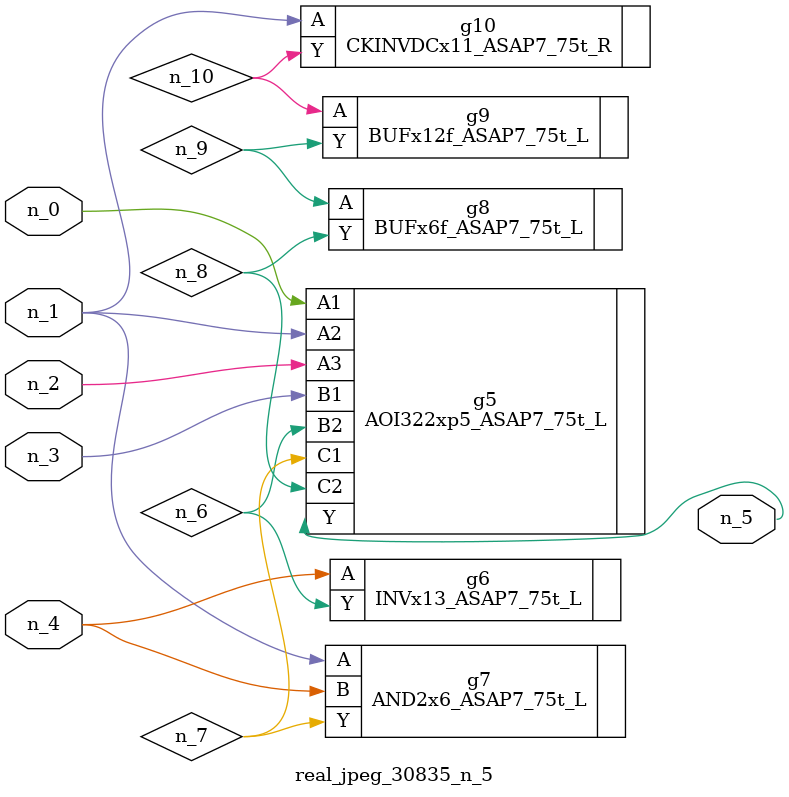
<source format=v>
module real_jpeg_30835_n_5 (n_4, n_0, n_1, n_2, n_3, n_5);

input n_4;
input n_0;
input n_1;
input n_2;
input n_3;

output n_5;

wire n_8;
wire n_6;
wire n_7;
wire n_10;
wire n_9;

AOI322xp5_ASAP7_75t_L g5 ( 
.A1(n_0),
.A2(n_1),
.A3(n_2),
.B1(n_3),
.B2(n_6),
.C1(n_7),
.C2(n_8),
.Y(n_5)
);

AND2x6_ASAP7_75t_L g7 ( 
.A(n_1),
.B(n_4),
.Y(n_7)
);

CKINVDCx11_ASAP7_75t_R g10 ( 
.A(n_1),
.Y(n_10)
);

INVx13_ASAP7_75t_L g6 ( 
.A(n_4),
.Y(n_6)
);

BUFx6f_ASAP7_75t_L g8 ( 
.A(n_9),
.Y(n_8)
);

BUFx12f_ASAP7_75t_L g9 ( 
.A(n_10),
.Y(n_9)
);


endmodule
</source>
